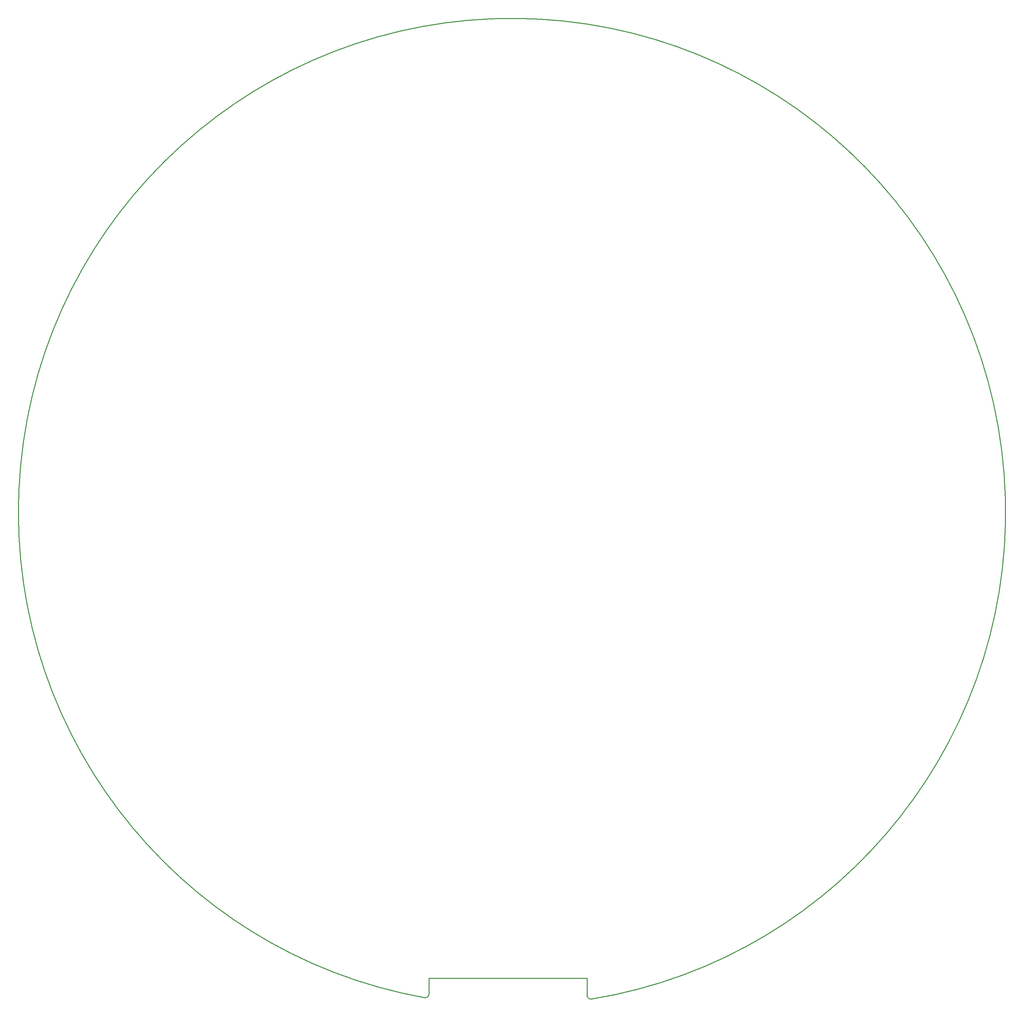
<source format=gm1>
G04*
G04 #@! TF.GenerationSoftware,Altium Limited,Altium Designer,19.1.5 (86)*
G04*
G04 Layer_Color=16711935*
%FSLAX25Y25*%
%MOIN*%
G70*
G01*
G75*
%ADD11C,0.01000*%
D11*
X571468Y77D02*
G03*
X404780Y1460I-79317J485692D01*
G01*
D02*
G03*
X409416Y5335I699J3875D01*
G01*
X566896Y3962D02*
G03*
X571468Y77I3937J0D01*
G01*
X409416Y5335D02*
Y20853D01*
X566896Y20852D01*
Y3962D02*
Y20852D01*
M02*

</source>
